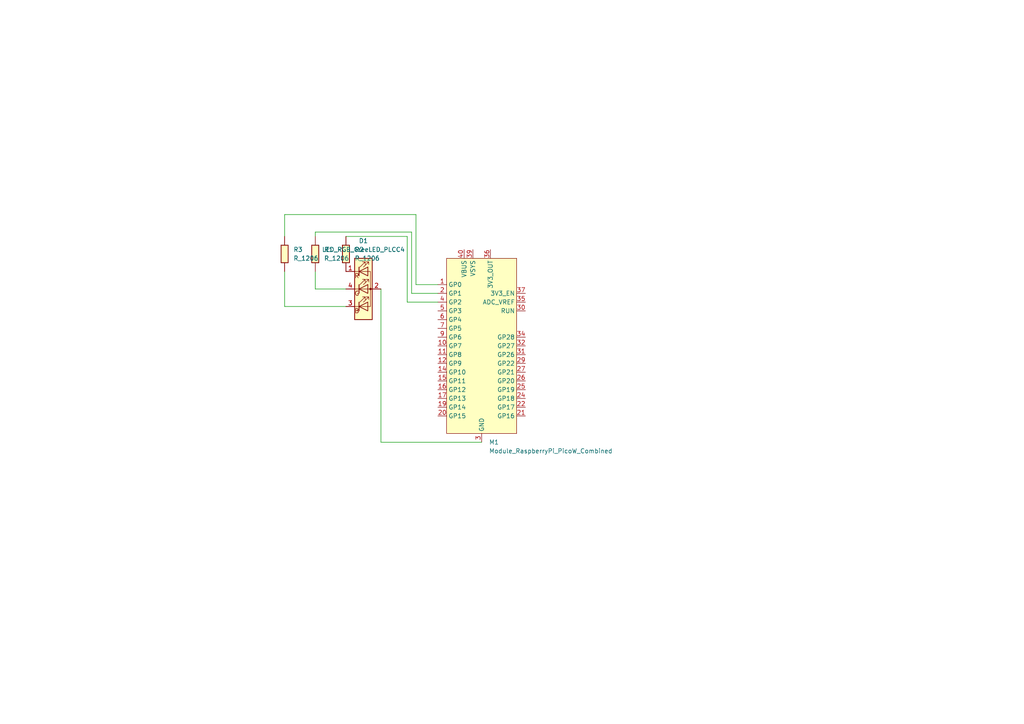
<source format=kicad_sch>
(kicad_sch (version 20250114) (generator "eeschema") (generator_version "9.0")
  (paper "A4")
  (lib_symbols
    (symbol "fab:LED_RGB_CreeLED_PLCC4" (pin_names (offset 0) (hide yes))
      (property "Reference" "D" (at 0 10.16 0))
      (property "Value" "LED_RGB_CreeLED_PLCC4" (at 0 -10.16 0))
      (symbol "LED_RGB_CreeLED_PLCC4_0_0"
        (text "R" (at -1.905 3.81 0) (effects (font (size 1.27 1.27))))
        (text "G" (at -1.905 -1.27 0) (effects (font (size 1.27 1.27))))
        (text "B" (at -1.905 -6.35 0) (effects (font (size 1.27 1.27))))
      )
      (symbol "LED_RGB_CreeLED_PLCC4_0_1"
        (rectangle (start -2.54 8.89) (end 2.54 -8.89) (stroke (width 0.254)) (fill (type background)))
        (polyline (pts (xy -1.27 6.35) (xy -1.27 3.81)) (stroke (width 0.2032)))
        (polyline (pts (xy -1.27 6.35) (xy -1.27 3.81) (xy -1.27 3.81)))
        (polyline (pts (xy -1.27 5.08) (xy -2.54 5.08)))
        (polyline (pts (xy -1.27 1.27) (xy -1.27 -1.27)) (stroke (width 0.2032)))
        (polyline (pts (xy -1.27 1.27) (xy -1.27 -1.27) (xy -1.27 -1.27)))
        (polyline (pts (xy -1.27 0) (xy -2.54 0)))
        (polyline (pts (xy -1.27 0) (xy 1.27 0)))
        (polyline (pts (xy -1.27 -3.81) (xy -1.27 -6.35)))
        (polyline (pts (xy -1.27 -3.81) (xy -1.27 -6.35)) (stroke (width 0.2032)))
        (polyline (pts (xy -1.27 -5.08) (xy -2.54 -5.08)))
        (polyline (pts (xy -1.27 -5.08) (xy 1.27 -5.08)))
        (polyline (pts (xy -1.016 6.35) (xy 0.508 7.874) (xy -0.254 7.874) (xy 0.508 7.874) (xy 0.508 7.112)))
        (polyline (pts (xy -1.016 1.27) (xy 0.508 2.794) (xy -0.254 2.794) (xy 0.508 2.794) (xy 0.508 2.032)))
        (polyline (pts (xy -1.016 -3.81) (xy 0.508 -2.286) (xy -0.254 -2.286) (xy 0.508 -2.286) (xy 0.508 -3.048)))
        (polyline (pts (xy 0 6.35) (xy 1.524 7.874) (xy 0.762 7.874) (xy 1.524 7.874) (xy 1.524 7.112)))
        (polyline (pts (xy 0 1.27) (xy 1.524 2.794) (xy 0.762 2.794) (xy 1.524 2.794) (xy 1.524 2.032)))
        (polyline (pts (xy 0 -3.81) (xy 1.524 -2.286) (xy 0.762 -2.286) (xy 1.524 -2.286) (xy 1.524 -3.048)))
        (polyline (pts (xy 1.27 6.35) (xy 1.27 3.81) (xy -1.27 5.08) (xy 1.27 6.35)) (stroke (width 0.2032)))
        (rectangle (start 1.27 6.35) (end 1.27 6.35))
        (polyline (pts (xy 1.27 5.08) (xy -1.27 5.08)))
        (rectangle (start 1.27 3.81) (end 1.27 6.35))
        (polyline (pts (xy 1.27 1.27) (xy 1.27 -1.27) (xy -1.27 0) (xy 1.27 1.27)) (stroke (width 0.2032)))
        (rectangle (start 1.27 1.27) (end 1.27 1.27))
        (polyline (pts (xy 1.27 0) (xy 2.54 0)))
        (rectangle (start 1.27 -1.27) (end 1.27 1.27))
        (polyline (pts (xy 1.27 -3.81) (xy 1.27 -6.35) (xy -1.27 -5.08) (xy 1.27 -3.81)) (stroke (width 0.2032)))
        (polyline (pts (xy 1.27 -5.08) (xy 2.032 -5.08) (xy 2.032 5.08) (xy 1.27 5.08)))
        (circle (center 2.032 0) (radius 0.254) (fill (type outline)))
      )
      (symbol "LED_RGB_CreeLED_PLCC4_1_1"
        (pin passive line (at -5.08 5.08 0) (length 2.54) (name "RK") (number "1"))
        (pin passive line (at -5.08 0 0) (length 2.54) (name "GK") (number "4"))
        (pin passive line (at -5.08 -5.08 0) (length 2.54) (name "BK") (number "3"))
        (pin passive line (at 5.08 0 180) (length 2.54) (name "A") (number "2"))
      )
    )
    (symbol "fab:Module_RaspberryPi_PicoW_Combined"
      (property "Reference" "M" (at 0 0 0))
      (property "Value" "Module_RaspberryPi_PicoW_Combined" (at 0 0 0))
      (symbol "Module_RaspberryPi_PicoW_Combined_1_1"
        (rectangle (start -10.16 25.4) (end 10.16 -25.4) (fill (type background)))
        (pin bidirectional line (at -12.7 17.78 0) (length 2.54) (name "GP0") (number "1"))
        (pin bidirectional line (at -12.7 15.24 0) (length 2.54) (name "GP1") (number "2"))
        (pin bidirectional line (at -12.7 12.7 0) (length 2.54) (name "GP2") (number "4"))
        (pin bidirectional line (at -12.7 10.16 0) (length 2.54) (name "GP3") (number "5"))
        (pin bidirectional line (at -12.7 7.62 0) (length 2.54) (name "GP4") (number "6"))
        (pin bidirectional line (at -12.7 5.08 0) (length 2.54) (name "GP5") (number "7"))
        (pin bidirectional line (at -12.7 2.54 0) (length 2.54) (name "GP6") (number "9"))
        (pin bidirectional line (at -12.7 0 0) (length 2.54) (name "GP7") (number "10"))
        (pin bidirectional line (at -12.7 -2.54 0) (length 2.54) (name "GP8") (number "11"))
        (pin bidirectional line (at -12.7 -5.08 0) (length 2.54) (name "GP9") (number "12"))
        (pin bidirectional line (at -12.7 -7.62 0) (length 2.54) (name "GP10") (number "14"))
        (pin bidirectional line (at -12.7 -10.16 0) (length 2.54) (name "GP11") (number "15"))
        (pin bidirectional line (at -12.7 -12.7 0) (length 2.54) (name "GP12") (number "16"))
        (pin bidirectional line (at -12.7 -15.24 0) (length 2.54) (name "GP13") (number "17"))
        (pin bidirectional line (at -12.7 -17.78 0) (length 2.54) (name "GP14") (number "19"))
        (pin bidirectional line (at -12.7 -20.32 0) (length 2.54) (name "GP15") (number "20"))
        (pin power_in line (at -5.08 27.94 270) (length 2.54) (name "VBUS") (number "40"))
        (pin power_in line (at -2.54 27.94 270) (length 2.54) (name "VSYS") (number "39"))
        (pin passive line (at 0 -27.94 90) (length 2.54) (hide yes) (name "GND") (number "13"))
        (pin passive line (at 0 -27.94 90) (length 2.54) (hide yes) (name "GND") (number "18"))
        (pin passive line (at 0 -27.94 90) (length 2.54) (hide yes) (name "GND") (number "23"))
        (pin passive line (at 0 -27.94 90) (length 2.54) (hide yes) (name "GND") (number "28"))
        (pin power_in line (at 0 -27.94 90) (length 2.54) (name "GND") (number "3"))
        (pin passive line (at 0 -27.94 90) (length 2.54) (hide yes) (name "GND") (number "33"))
        (pin passive line (at 0 -27.94 90) (length 2.54) (hide yes) (name "GND") (number "38"))
        (pin passive line (at 0 -27.94 90) (length 2.54) (hide yes) (name "GND") (number "8"))
        (pin power_in line (at 2.54 27.94 270) (length 2.54) (name "3V3_OUT") (number "36"))
        (pin input line (at 12.7 15.24 180) (length 2.54) (name "3V3_EN") (number "37"))
        (pin input line (at 12.7 12.7 180) (length 2.54) (name "ADC_VREF") (number "35"))
        (pin input line (at 12.7 10.16 180) (length 2.54) (name "RUN") (number "30"))
        (pin bidirectional line (at 12.7 2.54 180) (length 2.54) (name "GP28") (number "34"))
        (pin bidirectional line (at 12.7 0 180) (length 2.54) (name "GP27") (number "32"))
        (pin bidirectional line (at 12.7 -2.54 180) (length 2.54) (name "GP26") (number "31"))
        (pin bidirectional line (at 12.7 -5.08 180) (length 2.54) (name "GP22") (number "29"))
        (pin bidirectional line (at 12.7 -7.62 180) (length 2.54) (name "GP21") (number "27"))
        (pin bidirectional line (at 12.7 -10.16 180) (length 2.54) (name "GP20") (number "26"))
        (pin bidirectional line (at 12.7 -12.7 180) (length 2.54) (name "GP19") (number "25"))
        (pin bidirectional line (at 12.7 -15.24 180) (length 2.54) (name "GP18") (number "24"))
        (pin bidirectional line (at 12.7 -17.78 180) (length 2.54) (name "GP17") (number "22"))
        (pin bidirectional line (at 12.7 -20.32 180) (length 2.54) (name "GP16") (number "21"))
      )
    )
    (symbol "fab:R_1206" (pin_numbers (hide yes)) (pin_names (offset 0))
      (property "Reference" "R" (at 2.54 0 90))
      (property "Value" "R_1206" (at -2.54 0 90))
      (symbol "R_1206_0_1"
        (rectangle (start -1.016 -2.54) (end 1.016 2.54) (stroke (width 0.254)) (fill (type background)))
      )
      (symbol "R_1206_1_1"
        (pin passive line (at 0 5.08 270) (length 2.54) (name "~") (number "1"))
        (pin passive line (at 0 -5.08 90) (length 2.54) (name "~") (number "2"))
      )
    )
  )
  (wire (pts (xy 110.49 128.27) (xy 110.49 83.82)))
  (wire (pts (xy 91.44 68.58) (xy 91.44 67.31)))
  (wire (pts (xy 120.65 82.55) (xy 127 82.55)))
  (wire (pts (xy 118.11 68.58) (xy 118.11 87.63)))
  (wire (pts (xy 91.44 83.82) (xy 100.33 83.82)))
  (wire (pts (xy 82.55 88.9) (xy 100.33 88.9)))
  (wire (pts (xy 82.55 62.23) (xy 120.65 62.23)))
  (wire (pts (xy 82.55 68.58) (xy 82.55 62.23)))
  (wire (pts (xy 91.44 78.74) (xy 91.44 83.82)))
  (wire (pts (xy 82.55 78.74) (xy 82.55 88.9)))
  (wire (pts (xy 119.38 85.09) (xy 127 85.09)))
  (wire (pts (xy 91.44 67.31) (xy 119.38 67.31)))
  (wire (pts (xy 120.65 62.23) (xy 120.65 82.55)))
  (wire (pts (xy 119.38 67.31) (xy 119.38 85.09)))
  (wire (pts (xy 118.11 87.63) (xy 127 87.63)))
  (wire (pts (xy 100.33 68.58) (xy 118.11 68.58)))
  (wire (pts (xy 139.7 128.27) (xy 110.49 128.27)))
  (symbol (lib_id "fab:Module_RaspberryPi_PicoW_Combined") (at 139.7 100.33 0) (unit 1)
    (property "Reference" "M1" (at 141.8433 128.27 0) (effects (justify left)))
    (property "Value" "Module_RaspberryPi_PicoW_Combined" (at 141.8433 130.81 0) (effects (justify left)))
    (property "Footprint" "fab:RaspberryPi_PicoW_Combined" (effects (hide yes)))
    (property "Datasheet" "https://datasheets.raspberrypi.com/picow/pico-w-datasheet.pdf" (effects (hide yes)))
    (property "Description" "RP2040 Transceiver; 802.11 b/g/n (Wi-Fi, WiFi, WLAN), Bluetooth® 5 2.4GHz Evaluation Board" (effects (hide yes)))
  )
  (symbol (lib_id "fab:R_1206") (at 100.33 73.66 0) (unit 1)
    (property "Reference" "R2" (at 102.87 72.3899 0) (effects (justify left)))
    (property "Value" "R_1206" (at 102.87 74.9299 0) (effects (justify left)))
    (property "Footprint" "fab:R_1206" (effects (hide yes)))
    (property "Description" "Resistor" (effects (hide yes)))
  )
  (symbol (lib_id "fab:R_1206") (at 91.44 73.66 0) (unit 1)
    (property "Reference" "R1" (at 93.98 72.3899 0) (effects (justify left)))
    (property "Value" "R_1206" (at 93.98 74.9299 0) (effects (justify left)))
    (property "Footprint" "fab:R_1206" (effects (hide yes)))
    (property "Description" "Resistor" (effects (hide yes)))
  )
  (symbol (lib_id "fab:R_1206") (at 82.55 73.66 0) (unit 1)
    (property "Reference" "R3" (at 85.09 72.3899 0) (effects (justify left)))
    (property "Value" "R_1206" (at 85.09 74.9299 0) (effects (justify left)))
    (property "Footprint" "fab:R_1206" (effects (hide yes)))
    (property "Description" "Resistor" (effects (hide yes)))
  )
  (symbol (lib_id "fab:LED_RGB_CreeLED_PLCC4") (at 105.41 83.82 0) (unit 1)
    (property "Reference" "D1" (at 105.41 69.85 0))
    (property "Value" "LED_RGB_CreeLED_PLCC4" (at 105.41 72.39 0))
    (property "Footprint" "fab:LED_RGB_CreeLED_CLV1A-FKB" (effects (hide yes)))
    (property "Datasheet" "https://assets.cree-led.com/a/ds/h/HB-CLV1A-FKB.pdf" (effects (hide yes)))
    (property "Description" "LED RGB 4PLCC SMD" (effects (hide yes)))
  )
)
</source>
